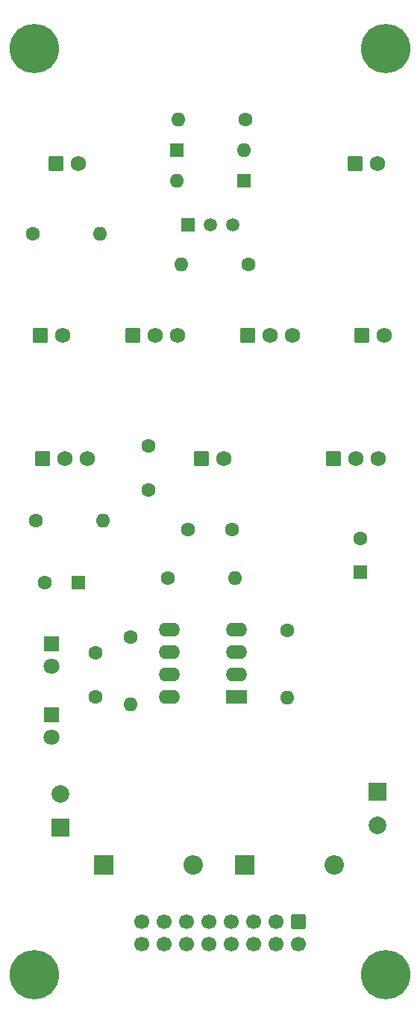
<source format=gbr>
%TF.GenerationSoftware,KiCad,Pcbnew,(6.0.7)*%
%TF.CreationDate,2023-03-07T14:40:37-05:00*%
%TF.ProjectId,BASS_FUZZ,42415353-5f46-4555-9a5a-2e6b69636164,rev?*%
%TF.SameCoordinates,Original*%
%TF.FileFunction,Soldermask,Top*%
%TF.FilePolarity,Negative*%
%FSLAX46Y46*%
G04 Gerber Fmt 4.6, Leading zero omitted, Abs format (unit mm)*
G04 Created by KiCad (PCBNEW (6.0.7)) date 2023-03-07 14:40:37*
%MOMM*%
%LPD*%
G01*
G04 APERTURE LIST*
G04 Aperture macros list*
%AMRoundRect*
0 Rectangle with rounded corners*
0 $1 Rounding radius*
0 $2 $3 $4 $5 $6 $7 $8 $9 X,Y pos of 4 corners*
0 Add a 4 corners polygon primitive as box body*
4,1,4,$2,$3,$4,$5,$6,$7,$8,$9,$2,$3,0*
0 Add four circle primitives for the rounded corners*
1,1,$1+$1,$2,$3*
1,1,$1+$1,$4,$5*
1,1,$1+$1,$6,$7*
1,1,$1+$1,$8,$9*
0 Add four rect primitives between the rounded corners*
20,1,$1+$1,$2,$3,$4,$5,0*
20,1,$1+$1,$4,$5,$6,$7,0*
20,1,$1+$1,$6,$7,$8,$9,0*
20,1,$1+$1,$8,$9,$2,$3,0*%
G04 Aperture macros list end*
%ADD10C,5.600000*%
%ADD11RoundRect,0.250000X-0.620000X-0.620000X0.620000X-0.620000X0.620000X0.620000X-0.620000X0.620000X0*%
%ADD12C,1.740000*%
%ADD13R,1.500000X1.500000*%
%ADD14C,1.500000*%
%ADD15R,1.600000X1.600000*%
%ADD16C,1.600000*%
%ADD17O,1.600000X1.600000*%
%ADD18R,2.000000X2.000000*%
%ADD19C,2.000000*%
%ADD20R,2.200000X2.200000*%
%ADD21O,2.200000X2.200000*%
%ADD22R,2.400000X1.600000*%
%ADD23O,2.400000X1.600000*%
%ADD24R,1.800000X1.800000*%
%ADD25C,1.800000*%
%ADD26RoundRect,0.250000X-0.600000X0.600000X-0.600000X-0.600000X0.600000X-0.600000X0.600000X0.600000X0*%
%ADD27C,1.700000*%
G04 APERTURE END LIST*
D10*
%TO.C,H2*%
X144920000Y-43500000D03*
%TD*%
D11*
%TO.C,SW2*%
X124000000Y-90000000D03*
D12*
X126540000Y-90000000D03*
%TD*%
D13*
%TO.C,Q1*%
X122450000Y-63450000D03*
D14*
X124990000Y-63450000D03*
X127530000Y-63450000D03*
%TD*%
D15*
%TO.C,C4*%
X110000000Y-104000000D03*
D16*
X106200000Y-104000000D03*
%TD*%
%TO.C,R4*%
X120190000Y-103500000D03*
D17*
X127810000Y-103500000D03*
%TD*%
D11*
%TO.C,R2*%
X106000000Y-90000000D03*
D12*
X108540000Y-90000000D03*
X111080000Y-90000000D03*
%TD*%
D16*
%TO.C,R1*%
X105190000Y-97000000D03*
D17*
X112810000Y-97000000D03*
%TD*%
D11*
%TO.C,J4*%
X141460000Y-56500000D03*
D12*
X144000000Y-56500000D03*
%TD*%
D18*
%TO.C,C10*%
X144000000Y-127732323D03*
D19*
X144000000Y-131532323D03*
%TD*%
D11*
%TO.C,SW1A1*%
X116176666Y-76000000D03*
D12*
X118716666Y-76000000D03*
X121256666Y-76000000D03*
%TD*%
D18*
%TO.C,C9*%
X108000000Y-131767677D03*
D19*
X108000000Y-127967677D03*
%TD*%
D15*
%TO.C,C5*%
X142000000Y-102802651D03*
D16*
X142000000Y-99002651D03*
%TD*%
D20*
%TO.C,D2*%
X128920000Y-136000000D03*
D21*
X139080000Y-136000000D03*
%TD*%
D15*
%TO.C,D6*%
X121190000Y-55000000D03*
D17*
X128810000Y-55000000D03*
%TD*%
D20*
%TO.C,D1*%
X112920000Y-136000000D03*
D21*
X123080000Y-136000000D03*
%TD*%
D22*
%TO.C,U1*%
X128000000Y-117000000D03*
D23*
X128000000Y-114460000D03*
X128000000Y-111920000D03*
X128000000Y-109380000D03*
X120380000Y-109380000D03*
X120380000Y-111920000D03*
X120380000Y-114460000D03*
X120380000Y-117000000D03*
%TD*%
D24*
%TO.C,D4*%
X107000000Y-119000000D03*
D25*
X107000000Y-121540000D03*
%TD*%
D11*
%TO.C,R3*%
X139000000Y-90000000D03*
D12*
X141540000Y-90000000D03*
X144080000Y-90000000D03*
%TD*%
D15*
%TO.C,D5*%
X128810000Y-58500000D03*
D17*
X121190000Y-58500000D03*
%TD*%
D16*
%TO.C,R5*%
X133750000Y-109440000D03*
D17*
X133750000Y-117060000D03*
%TD*%
D16*
%TO.C,C3*%
X118000000Y-88500000D03*
X118000000Y-93500000D03*
%TD*%
%TO.C,R11*%
X129000000Y-51500000D03*
D17*
X121380000Y-51500000D03*
%TD*%
D11*
%TO.C,J8*%
X107500000Y-56500000D03*
D12*
X110040000Y-56500000D03*
%TD*%
D16*
%TO.C,C1*%
X112000000Y-112000000D03*
X112000000Y-117000000D03*
%TD*%
D26*
%TO.C,J3*%
X135000000Y-142460000D03*
D27*
X135000000Y-145000000D03*
X132460000Y-142460000D03*
X132460000Y-145000000D03*
X129920000Y-142460000D03*
X129920000Y-145000000D03*
X127380000Y-142460000D03*
X127380000Y-145000000D03*
X124840000Y-142460000D03*
X124840000Y-145000000D03*
X122300000Y-142460000D03*
X122300000Y-145000000D03*
X119760000Y-142460000D03*
X119760000Y-145000000D03*
X117220000Y-142460000D03*
X117220000Y-145000000D03*
%TD*%
D10*
%TO.C,H4*%
X144920000Y-148500000D03*
%TD*%
D16*
%TO.C,R6*%
X116000000Y-110190000D03*
D17*
X116000000Y-117810000D03*
%TD*%
D10*
%TO.C,H1*%
X105080000Y-43500000D03*
%TD*%
D16*
%TO.C,C2*%
X122500000Y-98000000D03*
X127500000Y-98000000D03*
%TD*%
D11*
%TO.C,J1*%
X105730000Y-76000000D03*
D12*
X108270000Y-76000000D03*
%TD*%
D16*
%TO.C,R10*%
X129310000Y-68000000D03*
D17*
X121690000Y-68000000D03*
%TD*%
D16*
%TO.C,R9*%
X104880000Y-64500000D03*
D17*
X112500000Y-64500000D03*
%TD*%
D11*
%TO.C,SW1B1*%
X129243332Y-76000000D03*
D12*
X131783332Y-76000000D03*
X134323332Y-76000000D03*
%TD*%
D24*
%TO.C,D3*%
X107000000Y-111000000D03*
D25*
X107000000Y-113540000D03*
%TD*%
D11*
%TO.C,J2*%
X142230000Y-76000000D03*
D12*
X144770000Y-76000000D03*
%TD*%
D10*
%TO.C,H3*%
X105080000Y-148500000D03*
%TD*%
M02*

</source>
